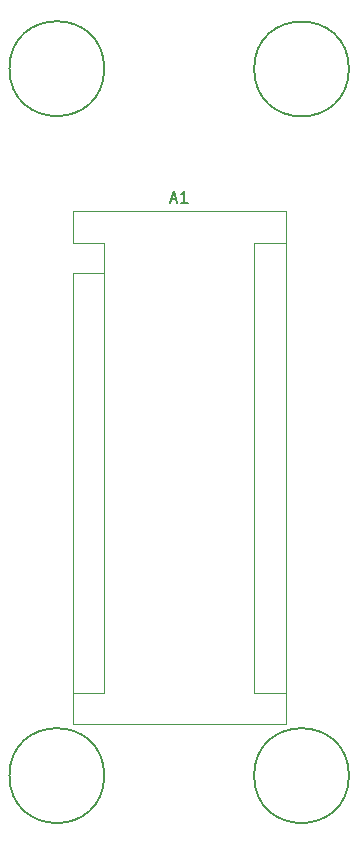
<source format=gbr>
G04 #@! TF.GenerationSoftware,KiCad,Pcbnew,(5.0.0)*
G04 #@! TF.CreationDate,2018-11-03T18:08:05-05:00*
G04 #@! TF.ProjectId,Neopixel_Breakout,4E656F706978656C5F427265616B6F75,rev?*
G04 #@! TF.SameCoordinates,Original*
G04 #@! TF.FileFunction,Legend,Top*
G04 #@! TF.FilePolarity,Positive*
%FSLAX46Y46*%
G04 Gerber Fmt 4.6, Leading zero omitted, Abs format (unit mm)*
G04 Created by KiCad (PCBNEW (5.0.0)) date 11/03/18 18:08:05*
%MOMM*%
%LPD*%
G01*
G04 APERTURE LIST*
%ADD10C,0.150000*%
%ADD11C,0.120000*%
G04 APERTURE END LIST*
D10*
G04 #@! TO.C,REF\002A\002A*
X148595080Y-73690480D02*
G75*
G03X148595080Y-73690480I-4013200J0D01*
G01*
X169311320Y-73715880D02*
G75*
G03X169311320Y-73715880I-4013200J0D01*
G01*
X148595080Y-133548120D02*
G75*
G03X148595080Y-133548120I-4013200J0D01*
G01*
D11*
G04 #@! TO.C,A1*
X148590000Y-90953001D02*
X148590000Y-88413001D01*
X148590000Y-88413001D02*
X145920000Y-88413001D01*
X145920000Y-90953001D02*
X145920000Y-129183001D01*
X145920000Y-85743001D02*
X145920000Y-88413001D01*
X161290000Y-88413001D02*
X163960000Y-88413001D01*
X161290000Y-88413001D02*
X161290000Y-126513001D01*
X161290000Y-126513001D02*
X163960000Y-126513001D01*
X148590000Y-90953001D02*
X145920000Y-90953001D01*
X148590000Y-90953001D02*
X148590000Y-126513001D01*
X148590000Y-126513001D02*
X145920000Y-126513001D01*
X145920000Y-129183001D02*
X163960000Y-129183001D01*
X163960000Y-129183001D02*
X163960000Y-85743001D01*
X163960000Y-85743001D02*
X145920000Y-85743001D01*
D10*
G04 #@! TO.C,REF\002A\002A*
X169311320Y-133548120D02*
G75*
G03X169311320Y-133548120I-4013200J0D01*
G01*
G04 #@! TO.C,A1*
X154225714Y-84769667D02*
X154701904Y-84769667D01*
X154130476Y-85055381D02*
X154463809Y-84055381D01*
X154797142Y-85055381D01*
X155654285Y-85055381D02*
X155082857Y-85055381D01*
X155368571Y-85055381D02*
X155368571Y-84055381D01*
X155273333Y-84198239D01*
X155178095Y-84293477D01*
X155082857Y-84341096D01*
G04 #@! TD*
M02*

</source>
